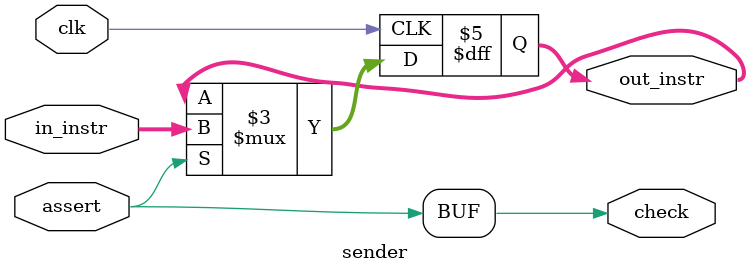
<source format=v>
`include "inputconditioner.v"
`include "SPI_Dependencies/datamemory.v"
`include "SPI_Dependencies/addresslatch.v"


module master_spi
#(
	parameter width = 32
)
(
	input clk,
	input [1:0] enable,
	input [width-1:0] in_instr,
	output check_self, check_left, check_right,
	output [width-1:0] out_instr
);

	reg self_assert, left_assert, right_assert;

	always @(posedge clk) begin
		if (enable == 2'b00) begin
			self_assert = 1'b1;
		end else if (enable == 2'b01) begin
			right_assert = 1'b1;
		end else if (enable == 2'b10) begin
			left_assert = 1'b1;
		end
	end

	self in (clk, self_assert, in_instr, check_self, out_instr);
	sender left (clk, left_assert, in_instr, check_right, out_instr);
	sender right (clk, right_assert, in_instr, check_left, out_instr);

endmodule

module self
#(
	parameter width = 32,
	parameter [7:0] address = 8'b0,
	parameter addr_width = 8
)
(
	input clk,
	input assert,
	input [width-1: 0] in_instr,
	// input [addr_width-1: 0] address,
	output check,
	output [width-1: 0] out_instr
);

	wire [addr_width-1:0] addressOut;

	addresslatch addr(.addressIn(address),
		.writeEnable(assert),
		.clk(clk),
		.addressOut(addressOut));

	datamemory dm(.clk(clk),
		.dataOut(out_instr),
		.address(addressOut),
		.writeEnable(assert),
		.dataIn(in_instr));

	assign check = assert;


endmodule

module sender
#(
	parameter width = 32,
	parameter [7:0] address = 8'b0,
	parameter addr_width = 8
)
(
	input clk,
	input assert,
	input [width-1: 0] in_instr,
	// input [addr_width-1: 0] address,
	output check,
	output reg [width-1: 0] out_instr
);

	always @(posedge clk) begin
		if (assert == 1) begin
			out_instr <= in_instr;
		end
	end

	assign check = assert;


endmodule
</source>
